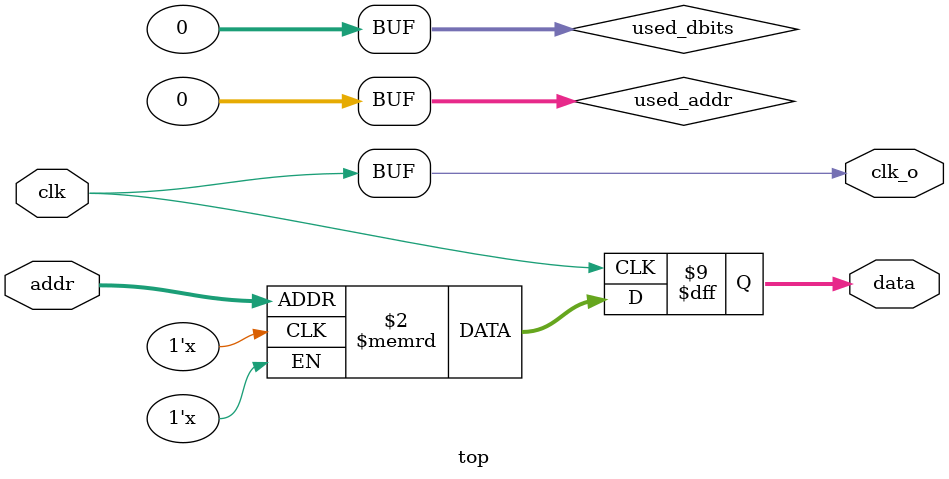
<source format=v>
`ifdef FORMAL
`define assume(_expr_) assume(_expr_)
`else
`define assume(_expr_)
`endif

module top(input clk, input [4:0] addr, output reg [31:0] data, output clk_o);
	reg [31:0] mem [0:31];
	always @(posedge clk)
		data <= mem[addr];

	reg [31:0] used_addr = 0;
	reg [31:0] used_dbits = 0;
	reg initstate = 1;

    always @(posedge clk) begin
        initstate <= 1;

        if (!initstate) begin
            //`assume(data != 0);
            //`assume((used_dbits & data) == 0);
        end
    end
`ifndef BUG
    assign clk_o = clk;
    `else
    assign clk_o = ~clk;
`endif
endmodule

</source>
